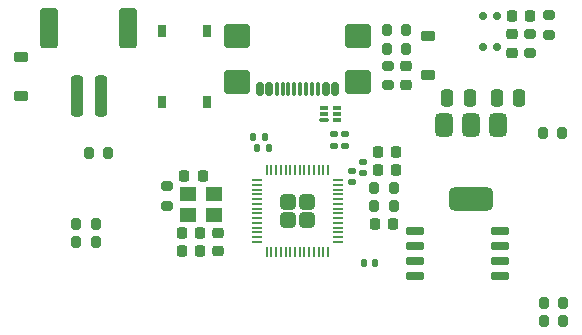
<source format=gbr>
%TF.GenerationSoftware,KiCad,Pcbnew,8.0.5-8.0.5-0~ubuntu22.04.1*%
%TF.CreationDate,2024-11-27T13:58:37+01:00*%
%TF.ProjectId,nerdYcontroller,6e657264-5963-46f6-9e74-726f6c6c6572,rev?*%
%TF.SameCoordinates,Original*%
%TF.FileFunction,Paste,Bot*%
%TF.FilePolarity,Positive*%
%FSLAX46Y46*%
G04 Gerber Fmt 4.6, Leading zero omitted, Abs format (unit mm)*
G04 Created by KiCad (PCBNEW 8.0.5-8.0.5-0~ubuntu22.04.1) date 2024-11-27 13:58:37*
%MOMM*%
%LPD*%
G01*
G04 APERTURE LIST*
G04 Aperture macros list*
%AMRoundRect*
0 Rectangle with rounded corners*
0 $1 Rounding radius*
0 $2 $3 $4 $5 $6 $7 $8 $9 X,Y pos of 4 corners*
0 Add a 4 corners polygon primitive as box body*
4,1,4,$2,$3,$4,$5,$6,$7,$8,$9,$2,$3,0*
0 Add four circle primitives for the rounded corners*
1,1,$1+$1,$2,$3*
1,1,$1+$1,$4,$5*
1,1,$1+$1,$6,$7*
1,1,$1+$1,$8,$9*
0 Add four rect primitives between the rounded corners*
20,1,$1+$1,$2,$3,$4,$5,0*
20,1,$1+$1,$4,$5,$6,$7,0*
20,1,$1+$1,$6,$7,$8,$9,0*
20,1,$1+$1,$8,$9,$2,$3,0*%
G04 Aperture macros list end*
%ADD10RoundRect,0.200000X-0.200000X-0.275000X0.200000X-0.275000X0.200000X0.275000X-0.200000X0.275000X0*%
%ADD11RoundRect,0.140000X-0.140000X-0.170000X0.140000X-0.170000X0.140000X0.170000X-0.140000X0.170000X0*%
%ADD12RoundRect,0.225000X-0.225000X-0.250000X0.225000X-0.250000X0.225000X0.250000X-0.225000X0.250000X0*%
%ADD13RoundRect,0.200000X0.200000X0.275000X-0.200000X0.275000X-0.200000X-0.275000X0.200000X-0.275000X0*%
%ADD14RoundRect,0.150000X-0.650000X-0.150000X0.650000X-0.150000X0.650000X0.150000X-0.650000X0.150000X0*%
%ADD15RoundRect,0.140000X-0.170000X0.140000X-0.170000X-0.140000X0.170000X-0.140000X0.170000X0.140000X0*%
%ADD16RoundRect,0.200000X0.275000X-0.200000X0.275000X0.200000X-0.275000X0.200000X-0.275000X-0.200000X0*%
%ADD17RoundRect,0.249999X0.395001X-0.395001X0.395001X0.395001X-0.395001X0.395001X-0.395001X-0.395001X0*%
%ADD18RoundRect,0.050000X0.050000X-0.387500X0.050000X0.387500X-0.050000X0.387500X-0.050000X-0.387500X0*%
%ADD19RoundRect,0.050000X0.387500X-0.050000X0.387500X0.050000X-0.387500X0.050000X-0.387500X-0.050000X0*%
%ADD20RoundRect,0.200000X-0.275000X0.200000X-0.275000X-0.200000X0.275000X-0.200000X0.275000X0.200000X0*%
%ADD21RoundRect,0.225000X0.225000X0.250000X-0.225000X0.250000X-0.225000X-0.250000X0.225000X-0.250000X0*%
%ADD22RoundRect,0.225000X0.250000X-0.225000X0.250000X0.225000X-0.250000X0.225000X-0.250000X-0.225000X0*%
%ADD23R,0.750000X1.000000*%
%ADD24R,1.400000X1.200000*%
%ADD25RoundRect,0.250000X-0.250000X-1.500000X0.250000X-1.500000X0.250000X1.500000X-0.250000X1.500000X0*%
%ADD26RoundRect,0.250001X-0.499999X-1.449999X0.499999X-1.449999X0.499999X1.449999X-0.499999X1.449999X0*%
%ADD27RoundRect,0.250000X-0.250000X-0.475000X0.250000X-0.475000X0.250000X0.475000X-0.250000X0.475000X0*%
%ADD28RoundRect,0.150000X-0.150000X-0.425000X0.150000X-0.425000X0.150000X0.425000X-0.150000X0.425000X0*%
%ADD29RoundRect,0.075000X-0.075000X-0.500000X0.075000X-0.500000X0.075000X0.500000X-0.075000X0.500000X0*%
%ADD30RoundRect,0.250000X-0.840000X-0.750000X0.840000X-0.750000X0.840000X0.750000X-0.840000X0.750000X0*%
%ADD31RoundRect,0.225000X-0.250000X0.225000X-0.250000X-0.225000X0.250000X-0.225000X0.250000X0.225000X0*%
%ADD32RoundRect,0.375000X-0.375000X0.625000X-0.375000X-0.625000X0.375000X-0.625000X0.375000X0.625000X0*%
%ADD33RoundRect,0.500000X-1.400000X0.500000X-1.400000X-0.500000X1.400000X-0.500000X1.400000X0.500000X0*%
%ADD34RoundRect,0.250000X0.250000X0.475000X-0.250000X0.475000X-0.250000X-0.475000X0.250000X-0.475000X0*%
%ADD35RoundRect,0.225000X-0.375000X0.225000X-0.375000X-0.225000X0.375000X-0.225000X0.375000X0.225000X0*%
%ADD36C,0.700000*%
%ADD37RoundRect,0.070000X0.355000X-0.070000X0.355000X0.070000X-0.355000X0.070000X-0.355000X-0.070000X0*%
%ADD38RoundRect,0.070000X0.305000X-0.070000X0.305000X0.070000X-0.305000X0.070000X-0.305000X-0.070000X0*%
G04 APERTURE END LIST*
D10*
%TO.C,R305*%
X20875000Y-7750000D03*
X22525000Y-7750000D03*
%TD*%
D11*
%TO.C,C104*%
X-3380000Y5300000D03*
X-2420000Y5300000D03*
%TD*%
D12*
%TO.C,C111*%
X6825000Y5000000D03*
X8375000Y5000000D03*
%TD*%
%TO.C,C113*%
X6575000Y-1100000D03*
X8125000Y-1100000D03*
%TD*%
D13*
%TO.C,R202*%
X9225000Y13750000D03*
X7575000Y13750000D03*
%TD*%
D14*
%TO.C,U102*%
X10000000Y-5505000D03*
X10000000Y-4235000D03*
X10000000Y-2965000D03*
X10000000Y-1695000D03*
X17200000Y-1695000D03*
X17200000Y-2965000D03*
X17200000Y-4235000D03*
X17200000Y-5505000D03*
%TD*%
D15*
%TO.C,C105*%
X3100000Y6480000D03*
X3100000Y5520000D03*
%TD*%
D16*
%TO.C,R308*%
X19719000Y13350000D03*
X19719000Y15000000D03*
%TD*%
D13*
%TO.C,R201*%
X9225000Y15300000D03*
X7575000Y15300000D03*
%TD*%
D16*
%TO.C,R105*%
X-11050000Y425000D03*
X-11050000Y2075000D03*
%TD*%
D17*
%TO.C,U101*%
X-800000Y-800000D03*
X800000Y-800000D03*
X-800000Y800000D03*
X800000Y800000D03*
D18*
X2600000Y-3437500D03*
X2199999Y-3437500D03*
X1800000Y-3437500D03*
X1400000Y-3437500D03*
X1000000Y-3437500D03*
X600001Y-3437500D03*
X200000Y-3437500D03*
X-200000Y-3437500D03*
X-600001Y-3437500D03*
X-1000000Y-3437500D03*
X-1400000Y-3437500D03*
X-1800000Y-3437500D03*
X-2199999Y-3437500D03*
X-2600000Y-3437500D03*
D19*
X-3437500Y-2600000D03*
X-3437500Y-2199999D03*
X-3437500Y-1800000D03*
X-3437500Y-1400000D03*
X-3437500Y-1000000D03*
X-3437500Y-600001D03*
X-3437500Y-200000D03*
X-3437500Y200000D03*
X-3437500Y600001D03*
X-3437500Y1000000D03*
X-3437500Y1400000D03*
X-3437500Y1800000D03*
X-3437500Y2199999D03*
X-3437500Y2600000D03*
D18*
X-2600000Y3437500D03*
X-2199999Y3437500D03*
X-1800000Y3437500D03*
X-1400000Y3437500D03*
X-1000000Y3437500D03*
X-600001Y3437500D03*
X-200000Y3437500D03*
X200000Y3437500D03*
X600001Y3437500D03*
X1000000Y3437500D03*
X1400000Y3437500D03*
X1800000Y3437500D03*
X2199999Y3437500D03*
X2600000Y3437500D03*
D19*
X3437500Y2600000D03*
X3437500Y2199999D03*
X3437500Y1800000D03*
X3437500Y1400000D03*
X3437500Y1000000D03*
X3437500Y600001D03*
X3437500Y200000D03*
X3437500Y-200000D03*
X3437500Y-600001D03*
X3437500Y-1000000D03*
X3437500Y-1400000D03*
X3437500Y-1800000D03*
X3437500Y-2199999D03*
X3437500Y-2600000D03*
%TD*%
D20*
%TO.C,R203*%
X7700000Y12300000D03*
X7700000Y10650000D03*
%TD*%
D21*
%TO.C,C115*%
X-8225000Y-3400000D03*
X-9775000Y-3400000D03*
%TD*%
D22*
%TO.C,C203*%
X9200000Y10700000D03*
X9200000Y12250000D03*
%TD*%
D13*
%TO.C,R103*%
X8175000Y450000D03*
X6525000Y450000D03*
%TD*%
D10*
%TO.C,R304*%
X-18725000Y-1100000D03*
X-17075000Y-1100000D03*
%TD*%
D23*
%TO.C,S101*%
X-11425000Y15200000D03*
X-11425000Y9200000D03*
X-7675000Y15200000D03*
X-7675000Y9200000D03*
%TD*%
D24*
%TO.C,Y101*%
X-9250000Y1400000D03*
X-7050000Y1400000D03*
X-7050000Y-300000D03*
X-9250000Y-300000D03*
%TD*%
D25*
%TO.C,J201*%
X-18650000Y9750000D03*
X-16650000Y9750000D03*
D26*
X-21000000Y15500000D03*
X-14300000Y15500000D03*
%TD*%
D11*
%TO.C,C109*%
X5620000Y-4425000D03*
X6580000Y-4425000D03*
%TD*%
D13*
%TO.C,R306*%
X22425000Y6600000D03*
X20775000Y6600000D03*
%TD*%
D15*
%TO.C,C107*%
X5600000Y4180000D03*
X5600000Y3220000D03*
%TD*%
D16*
%TO.C,R307*%
X21269400Y14924800D03*
X21269400Y16574800D03*
%TD*%
D27*
%TO.C,C201*%
X16900000Y9600000D03*
X18800000Y9600000D03*
%TD*%
D12*
%TO.C,C303*%
X18182000Y16511800D03*
X19732000Y16511800D03*
%TD*%
D15*
%TO.C,C110*%
X4050000Y6480000D03*
X4050000Y5520000D03*
%TD*%
D12*
%TO.C,C112*%
X6825000Y3500000D03*
X8375000Y3500000D03*
%TD*%
D28*
%TO.C,P201*%
X-3200000Y10320000D03*
X-2400000Y10320000D03*
D29*
X-1250000Y10320000D03*
X-250000Y10320000D03*
X250000Y10320000D03*
X1250000Y10320000D03*
D28*
X2400000Y10320000D03*
X3200000Y10320000D03*
X3200000Y10320000D03*
X2400000Y10320000D03*
D29*
X1750000Y10320000D03*
X750000Y10320000D03*
X-750000Y10320000D03*
X-1750000Y10320000D03*
D28*
X-2400000Y10320000D03*
X-3200000Y10320000D03*
D30*
X-5110000Y14825000D03*
X-5110000Y10895000D03*
X5110000Y14825000D03*
X5110000Y10895000D03*
%TD*%
D31*
%TO.C,C304*%
X18195000Y14950000D03*
X18195000Y13400000D03*
%TD*%
D13*
%TO.C,R101*%
X22525000Y-9350000D03*
X20875000Y-9350000D03*
%TD*%
D21*
%TO.C,C103*%
X-8225000Y-1900000D03*
X-9775000Y-1900000D03*
%TD*%
D11*
%TO.C,C108*%
X-3730000Y6250000D03*
X-2770000Y6250000D03*
%TD*%
D12*
%TO.C,C102*%
X-9575000Y3000000D03*
X-8025000Y3000000D03*
%TD*%
D13*
%TO.C,R102*%
X-16025000Y4950000D03*
X-17675000Y4950000D03*
%TD*%
D32*
%TO.C,U201*%
X12400000Y7300000D03*
X14700000Y7300000D03*
D33*
X14700000Y1000000D03*
D32*
X17000000Y7300000D03*
%TD*%
D10*
%TO.C,R303*%
X-18725000Y-2600000D03*
X-17075000Y-2600000D03*
%TD*%
D34*
%TO.C,C202*%
X14600000Y9550000D03*
X12700000Y9550000D03*
%TD*%
D35*
%TO.C,D201*%
X11100000Y14800000D03*
X11100000Y11500000D03*
%TD*%
D36*
%TO.C,U302*%
X16874200Y16530200D03*
X15724200Y16530200D03*
X15724200Y13870200D03*
X16874200Y13870200D03*
%TD*%
D35*
%TO.C,D203*%
X-23400000Y13000000D03*
X-23400000Y9700000D03*
%TD*%
D15*
%TO.C,C106*%
X4600000Y3380000D03*
X4600000Y2420000D03*
%TD*%
D22*
%TO.C,C114*%
X-6750000Y-3425000D03*
X-6750000Y-1875000D03*
%TD*%
D37*
%TO.C,D202*%
X2275000Y7700000D03*
D38*
X2225000Y8200000D03*
X2225000Y8700000D03*
X3375000Y8700000D03*
X3375000Y8200000D03*
X3375000Y7700000D03*
%TD*%
D13*
%TO.C,R104*%
X8175000Y1950000D03*
X6525000Y1950000D03*
%TD*%
M02*

</source>
